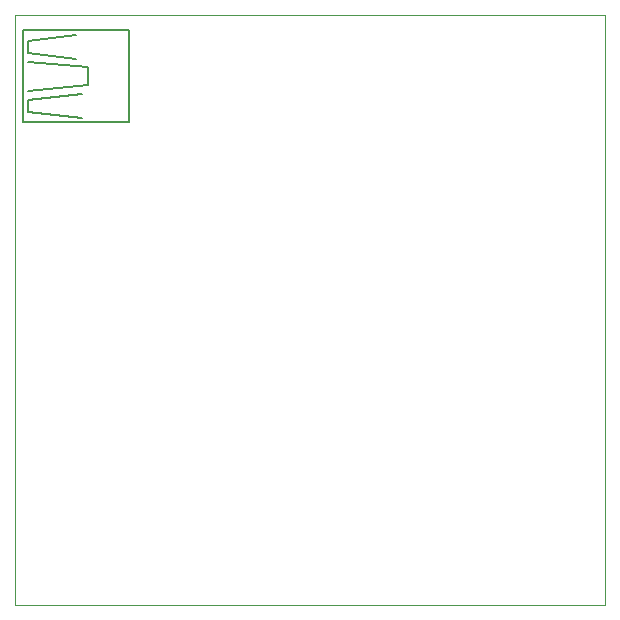
<source format=gbo>
G75*
%MOIN*%
%OFA0B0*%
%FSLAX25Y25*%
%IPPOS*%
%LPD*%
%AMOC8*
5,1,8,0,0,1.08239X$1,22.5*
%
%ADD10C,0.00000*%
%ADD11C,0.00500*%
D10*
X0008764Y0001800D02*
X0008764Y0198650D01*
X0205615Y0198650D01*
X0205615Y0001800D01*
X0008764Y0001800D01*
D11*
X0011363Y0162745D02*
X0046796Y0162745D01*
X0046796Y0193454D01*
X0011363Y0193454D01*
X0011363Y0162745D01*
X0013331Y0166288D02*
X0013331Y0170225D01*
X0031048Y0172194D01*
X0033016Y0175146D02*
X0013331Y0173178D01*
X0013331Y0166288D02*
X0031048Y0164320D01*
X0033016Y0175146D02*
X0033016Y0181052D01*
X0013331Y0183020D01*
X0013331Y0185973D02*
X0029079Y0184005D01*
X0029079Y0191879D02*
X0013331Y0189910D01*
X0013331Y0185973D01*
M02*

</source>
